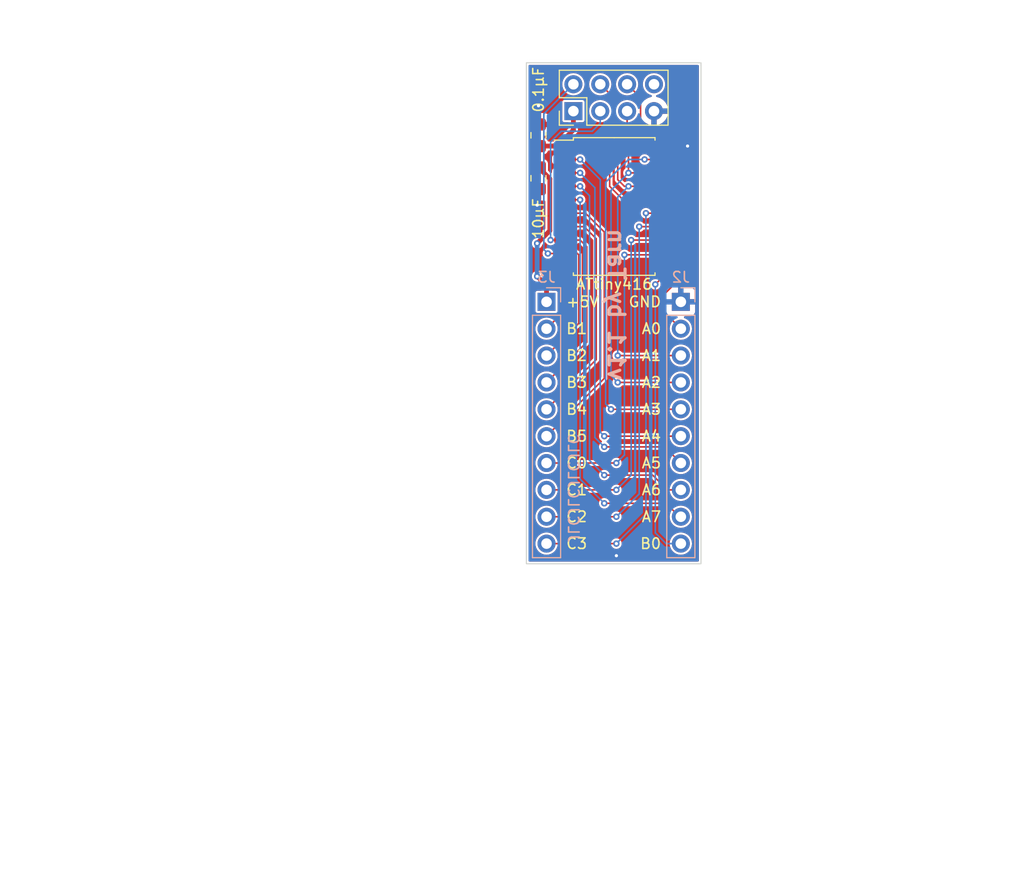
<source format=kicad_pcb>
(kicad_pcb (version 20211014) (generator pcbnew)
  (layers (0 "F.Cu" signal) (31 "B.Cu" signal) (34 "B.Paste" user) (35 "F.Paste" user) (36 "B.SilkS" user "B.Silkscreen") (37 "F.SilkS" user "F.Silkscreen") (38 "B.Mask" user) (39 "F.Mask" user) (44 "Edge.Cuts" user))
  (net 0 "")
  (net 1 "GND")
  (net 2 "VSYS")
  (net 3 "/PIN_PA0")
  (net 4 "/PIN_PA1")
  (net 5 "/PIN_PA2")
  (net 6 "/PIN_PA7")
  (net 7 "/PIN_PA6")
  (net 8 "/PIN_PA3")
  (net 9 "/PIN_PA4")
  (net 10 "/PIN_PA5")
  (net 11 "/PIN_PB0")
  (net 12 "/PIN_PB1")
  (net 13 "/PIN_PB2")
  (net 14 "/PIN_PB3")
  (net 15 "/PIN_PB4")
  (net 16 "/PIN_PB5")
  (net 17 "/PIN_PC0")
  (net 18 "/PIN_PC1")
  (net 19 "/PIN_PC2")
  (net 20 "/PIN_PC3")
  (footprint "mine:my_C_0805_2012Metric_Pad1.15x1.40mm_HandSolder" (layer "F.Cu") (at 105.918 96.012 90)
    (fp_text reference "C3")
    (fp_text value "0.1μF" (at 4.318 0 90) (layer "F.SilkS"))
    (fp_line (start -0.261252 -0.71) (end 0.261252 -0.71) (layer "F.SilkS") (width 0.12))
    (fp_line (start -0.261252 0.71) (end 0.261252 0.71) (layer "F.SilkS") (width 0.12))
    (pad "1" smd roundrect locked (at -1.025 0 90) (size 1.15 1.4) (layers "F.Cu" "F.Paste" "F.Mask") (roundrect_rratio 0.2173913043) (net 2 "VSYS"))
    (pad "2" smd roundrect locked (at 1.025 0 90) (size 1.15 1.4) (layers "F.Cu" "F.Paste" "F.Mask") (roundrect_rratio 0.2173913043) (net 1 "GND"))
  )
  (footprint "Connector_PinHeader_2.54mm:PinHeader_2x04_P2.54mm_Vertical" (layer "F.Cu") (at 109.22 93.726 90)
    (fp_text reference "J4")
    (fp_text value "PINS1")
    (fp_line (start 3.87 -1.33) (end 3.87 8.95) (layer "F.SilkS") (width 0.12))
    (fp_line (start -1.33 1.27) (end 1.27 1.27) (layer "F.SilkS") (width 0.12))
    (fp_line (start -1.33 0) (end -1.33 -1.33) (layer "F.SilkS") (width 0.12))
    (fp_line (start -1.33 1.27) (end -1.33 8.95) (layer "F.SilkS") (width 0.12))
    (fp_line (start -1.33 -1.33) (end 0 -1.33) (layer "F.SilkS") (width 0.12))
    (fp_line (start 1.27 1.27) (end 1.27 -1.33) (layer "F.SilkS") (width 0.12))
    (fp_line (start 1.27 -1.33) (end 3.87 -1.33) (layer "F.SilkS") (width 0.12))
    (fp_line (start -1.33 8.95) (end 3.87 8.95) (layer "F.SilkS") (width 0.12))
    (pad "1" thru_hole rect (at 0 0 90) (size 1.7 1.7) (drill 1) (layers *.Cu *.Mask) (net 2 "VSYS"))
    (pad "2" thru_hole oval (at 2.54 0 90) (size 1.7 1.7) (drill 1) (layers *.Cu *.Mask) (net 13 "/PIN_PB2"))
    (pad "3" thru_hole oval (at 0 2.54 90) (size 1.7 1.7) (drill 1) (layers *.Cu *.Mask) (net 14 "/PIN_PB3"))
    (pad "4" thru_hole oval (at 2.54 2.54 90) (size 1.7 1.7) (drill 1) (layers *.Cu *.Mask) (net 3 "/PIN_PA0"))
    (pad "5" thru_hole oval (at 0 5.08 90) (size 1.7 1.7) (drill 1) (layers *.Cu *.Mask) (net 4 "/PIN_PA1"))
    (pad "6" thru_hole oval (at 2.54 5.08 90) (size 1.7 1.7) (drill 1) (layers *.Cu *.Mask) (net 5 "/PIN_PA2"))
    (pad "7" thru_hole oval (at 0 7.62 90) (size 1.7 1.7) (drill 1) (layers *.Cu *.Mask) (net 1 "GND"))
    (pad "8" thru_hole oval (at 2.54 7.62 90) (size 1.7 1.7) (drill 1) (layers *.Cu *.Mask))
  )
  (footprint "mine:my_C_0805_2012Metric_Pad1.15x1.40mm_HandSolder" (layer "F.Cu") (at 105.918 100.076 -90)
    (fp_text reference "C1")
    (fp_text value "10μF" (at 3.801 0.009 90) (layer "F.SilkS"))
    (fp_line (start -0.261252 0.71) (end 0.261252 0.71) (layer "F.SilkS") (width 0.12))
    (fp_line (start -0.261252 -0.71) (end 0.261252 -0.71) (layer "F.SilkS") (width 0.12))
    (pad "1" smd roundrect locked (at -1.025 0 270) (size 1.15 1.4) (layers "F.Cu" "F.Paste" "F.Mask") (roundrect_rratio 0.2173913043) (net 2 "VSYS"))
    (pad "2" smd roundrect locked (at 1.025 0 270) (size 1.15 1.4) (layers "F.Cu" "F.Paste" "F.Mask") (roundrect_rratio 0.2173913043) (net 1 "GND"))
  )
  (footprint "Package_SO:SOIC-20W_7.5x12.8mm_P1.27mm" (layer "F.Cu") (at 113.079 102.743)
    (fp_text reference "U2")
    (fp_text value "ATtiny416" (at 0 7.35) (layer "F.SilkS"))
    (fp_line (start -3.86 6.51) (end -3.86 6.275) (layer "F.SilkS") (width 0.12))
    (fp_line (start 0 6.51) (end -3.86 6.51) (layer "F.SilkS") (width 0.12))
    (fp_line (start -3.86 -6.275) (end -5.675 -6.275) (layer "F.SilkS") (width 0.12))
    (fp_line (start 3.86 -6.51) (end 3.86 -6.275) (layer "F.SilkS") (width 0.12))
    (fp_line (start 0 -6.51) (end -3.86 -6.51) (layer "F.SilkS") (width 0.12))
    (fp_line (start 0 -6.51) (end 3.86 -6.51) (layer "F.SilkS") (width 0.12))
    (fp_line (start -3.86 -6.51) (end -3.86 -6.275) (layer "F.SilkS") (width 0.12))
    (fp_line (start 0 6.51) (end 3.86 6.51) (layer "F.SilkS") (width 0.12))
    (fp_line (start 3.86 6.51) (end 3.86 6.275) (layer "F.SilkS") (width 0.12))
    (pad "1" smd roundrect (at -4.65 -5.715) (size 2.05 0.6) (layers "F.Cu" "F.Paste" "F.Mask") (net 2 "VSYS"))
    (pad "2" smd roundrect (at -4.65 -4.445) (size 2.05 0.6) (layers "F.Cu" "F.Paste" "F.Mask") (net 9 "/PIN_PA4"))
    (pad "3" smd roundrect (at -4.65 -3.175) (size 2.05 0.6) (layers "F.Cu" "F.Paste" "F.Mask") (net 10 "/PIN_PA5"))
    (pad "4" smd roundrect (at -4.65 -1.905) (size 2.05 0.6) (layers "F.Cu" "F.Paste" "F.Mask") (net 7 "/PIN_PA6"))
    (pad "5" smd roundrect (at -4.65 -0.635) (size 2.05 0.6) (layers "F.Cu" "F.Paste" "F.Mask") (net 6 "/PIN_PA7"))
    (pad "6" smd roundrect (at -4.65 0.635) (size 2.05 0.6) (layers "F.Cu" "F.Paste" "F.Mask") (net 16 "/PIN_PB5"))
    (pad "7" smd roundrect (at -4.65 1.905) (size 2.05 0.6) (layers "F.Cu" "F.Paste" "F.Mask") (net 15 "/PIN_PB4"))
    (pad "8" smd roundrect (at -4.65 3.175) (size 2.05 0.6) (layers "F.Cu" "F.Paste" "F.Mask") (net 14 "/PIN_PB3"))
    (pad "9" smd roundrect (at -4.65 4.445) (size 2.05 0.6) (layers "F.Cu" "F.Paste" "F.Mask") (net 13 "/PIN_PB2"))
    (pad "10" smd roundrect (at -4.65 5.715) (size 2.05 0.6) (layers "F.Cu" "F.Paste" "F.Mask") (net 12 "/PIN_PB1"))
    (pad "11" smd roundrect (at 4.65 5.715) (size 2.05 0.6) (layers "F.Cu" "F.Paste" "F.Mask") (net 11 "/PIN_PB0"))
    (pad "12" smd roundrect (at 4.65 4.445) (size 2.05 0.6) (layers "F.Cu" "F.Paste" "F.Mask") (net 17 "/PIN_PC0"))
    (pad "13" smd roundrect (at 4.65 3.175) (size 2.05 0.6) (layers "F.Cu" "F.Paste" "F.Mask") (net 18 "/PIN_PC1"))
    (pad "14" smd roundrect (at 4.65 1.905) (size 2.05 0.6) (layers "F.Cu" "F.Paste" "F.Mask") (net 19 "/PIN_PC2"))
    (pad "15" smd roundrect (at 4.65 0.635) (size 2.05 0.6) (layers "F.Cu" "F.Paste" "F.Mask") (net 20 "/PIN_PC3"))
    (pad "16" smd roundrect (at 4.65 -0.635) (size 2.05 0.6) (layers "F.Cu" "F.Paste" "F.Mask") (net 3 "/PIN_PA0"))
    (pad "17" smd roundrect (at 4.65 -1.905) (size 2.05 0.6) (layers "F.Cu" "F.Paste" "F.Mask") (net 4 "/PIN_PA1"))
    (pad "18" smd roundrect (at 4.65 -3.175) (size 2.05 0.6) (layers "F.Cu" "F.Paste" "F.Mask") (net 5 "/PIN_PA2"))
    (pad "19" smd roundrect (at 4.65 -4.445) (size 2.05 0.6) (layers "F.Cu" "F.Paste" "F.Mask") (net 8 "/PIN_PA3"))
    (pad "20" smd roundrect (at 4.65 -5.715) (size 2.05 0.6) (layers "F.Cu" "F.Paste" "F.Mask") (net 1 "GND"))
  )
  (footprint "Connector_PinHeader_2.54mm:PinHeader_1x10_P2.54mm_Vertical" (layer "B.Cu") (at 119.38 111.76 180)
    (fp_text reference "J2" (at 0 2.33) (layer "B.SilkS") (effects (justify mirror)))
    (fp_text value "PINS1")
    (fp_line (start -1.33 -1.27) (end 1.33 -1.27) (layer "B.SilkS") (width 0.12))
    (fp_line (start 1.33 -1.27) (end 1.33 -24.19) (layer "B.SilkS") (width 0.12))
    (fp_line (start -1.33 -1.27) (end -1.33 -24.19) (layer "B.SilkS") (width 0.12))
    (fp_line (start -1.33 1.33) (end 0 1.33) (layer "B.SilkS") (width 0.12))
    (fp_line (start -1.33 0) (end -1.33 1.33) (layer "B.SilkS") (width 0.12))
    (fp_line (start -1.33 -24.19) (end 1.33 -24.19) (layer "B.SilkS") (width 0.12))
    (pad "1" thru_hole rect (at 0 0 180) (size 1.7 1.7) (drill 1) (layers *.Cu *.Mask) (net 1 "GND"))
    (pad "2" thru_hole oval (at 0 -2.54 180) (size 1.7 1.7) (drill 1) (layers *.Cu *.Mask) (net 3 "/PIN_PA0"))
    (pad "3" thru_hole oval (at 0 -5.08 180) (size 1.7 1.7) (drill 1) (layers *.Cu *.Mask) (net 4 "/PIN_PA1"))
    (pad "4" thru_hole oval (at 0 -7.62 180) (size 1.7 1.7) (drill 1) (layers *.Cu *.Mask) (net 5 "/PIN_PA2"))
    (pad "5" thru_hole oval (at 0 -10.16 180) (size 1.7 1.7) (drill 1) (layers *.Cu *.Mask) (net 8 "/PIN_PA3"))
    (pad "6" thru_hole oval (at 0 -12.7 180) (size 1.7 1.7) (drill 1) (layers *.Cu *.Mask) (net 9 "/PIN_PA4"))
    (pad "7" thru_hole oval (at 0 -15.24 180) (size 1.7 1.7) (drill 1) (layers *.Cu *.Mask) (net 10 "/PIN_PA5"))
    (pad "8" thru_hole oval (at 0 -17.78 180) (size 1.7 1.7) (drill 1) (layers *.Cu *.Mask) (net 7 "/PIN_PA6"))
    (pad "9" thru_hole oval (at 0 -20.32 180) (size 1.7 1.7) (drill 1) (layers *.Cu *.Mask) (net 6 "/PIN_PA7"))
    (pad "10" thru_hole oval (at 0 -22.86 180) (size 1.7 1.7) (drill 1) (layers *.Cu *.Mask) (net 11 "/PIN_PB0"))
  )
  (footprint "Connector_PinHeader_2.54mm:PinHeader_1x10_P2.54mm_Vertical" (layer "B.Cu") (at 106.68 111.76 180)
    (fp_text reference "J3" (at 0 2.33) (layer "B.SilkS") (effects (justify mirror)))
    (fp_text value "PINS2")
    (fp_line (start -1.33 1.33) (end 0 1.33) (layer "B.SilkS") (width 0.12))
    (fp_line (start -1.33 0) (end -1.33 1.33) (layer "B.SilkS") (width 0.12))
    (fp_line (start -1.33 -1.27) (end -1.33 -24.19) (layer "B.SilkS") (width 0.12))
    (fp_line (start -1.33 -24.19) (end 1.33 -24.19) (layer "B.SilkS") (width 0.12))
    (fp_line (start -1.33 -1.27) (end 1.33 -1.27) (layer "B.SilkS") (width 0.12))
    (fp_line (start 1.33 -1.27) (end 1.33 -24.19) (layer "B.SilkS") (width 0.12))
    (pad "1" thru_hole rect (at 0 0 180) (size 1.7 1.7) (drill 1) (layers *.Cu *.Mask) (net 2 "VSYS"))
    (pad "2" thru_hole oval (at 0 -2.54 180) (size 1.7 1.7) (drill 1) (layers *.Cu *.Mask) (net 12 "/PIN_PB1"))
    (pad "3" thru_hole oval (at 0 -5.08 180) (size 1.7 1.7) (drill 1) (layers *.Cu *.Mask) (net 13 "/PIN_PB2"))
    (pad "4" thru_hole oval (at 0 -7.62 180) (size 1.7 1.7) (drill 1) (layers *.Cu *.Mask) (net 14 "/PIN_PB3"))
    (pad "5" thru_hole oval (at 0 -10.16 180) (size 1.7 1.7) (drill 1) (layers *.Cu *.Mask) (net 15 "/PIN_PB4"))
    (pad "6" thru_hole oval (at 0 -12.7 180) (size 1.7 1.7) (drill 1) (layers *.Cu *.Mask) (net 16 "/PIN_PB5"))
    (pad "7" thru_hole oval (at 0 -15.24 180) (size 1.7 1.7) (drill 1) (layers *.Cu *.Mask) (net 17 "/PIN_PC0"))
    (pad "8" thru_hole oval (at 0 -17.78 180) (size 1.7 1.7) (drill 1) (layers *.Cu *.Mask) (net 18 "/PIN_PC1"))
    (pad "9" thru_hole oval (at 0 -20.32 180) (size 1.7 1.7) (drill 1) (layers *.Cu *.Mask) (net 19 "/PIN_PC2"))
    (pad "10" thru_hole oval (at 0 -22.86 180) (size 1.7 1.7) (drill 1) (layers *.Cu *.Mask) (net 20 "/PIN_PC3"))
  )
  (gr_rect (start 104.775 136.525) (end 121.285 89.154) (layer "Edge.Cuts") (width 0.1) (fill none))
  (gr_text "v1.1 by Tarn" (at 113.284 112.014 -90) (layer "B.SilkS") (effects (font (size 1.5 1.5) (thickness 0.3)) (justify mirror)))
  (gr_text "JLCJLCJLCJLC" (at 109.22 134.62 -90) (layer "B.SilkS") (effects (font (size 1 1)) (justify left mirror)))
  (gr_text "A7" (at 117.602 132.08) (layer "F.SilkS") (effects (font (size 1 1)) (justify right)))
  (gr_text "A3" (at 117.602 121.92) (layer "F.SilkS") (effects (font (size 1 1)) (justify right)))
  (gr_text "B0" (at 117.602 134.62) (layer "F.SilkS") (effects (font (size 1 1)) (justify right)))
  (gr_text "C0" (at 108.458 127) (layer "F.SilkS") (effects (font (size 1 1)) (justify left)))
  (gr_text "B1" (at 108.458 114.3) (layer "F.SilkS") (effects (font (size 1 1)) (justify left)))
  (gr_text "GND" (at 117.602 111.76) (layer "F.SilkS") (effects (font (size 1 1)) (justify right)))
  (gr_text "+5V" (at 108.458 111.76) (layer "F.SilkS") (effects (font (size 1 1)) (justify left)))
  (gr_text "C3" (at 108.458 134.62) (layer "F.SilkS") (effects (font (size 1 1)) (justify left)))
  (gr_text "C2" (at 108.458 132.08) (layer "F.SilkS") (effects (font (size 1 1)) (justify left)))
  (gr_text "A5" (at 117.602 127) (layer "F.SilkS") (effects (font (size 1 1)) (justify right)))
  (gr_text "B4" (at 108.458 121.92) (layer "F.SilkS") (effects (font (size 1 1)) (justify left)))
  (gr_text "A4" (at 117.602 124.46) (layer "F.SilkS") (effects (font (size 1 1)) (justify right)))
  (gr_text "A6" (at 117.602 129.54) (layer "F.SilkS") (effects (font (size 1 1)) (justify right)))
  (gr_text "A1" (at 117.602 116.84) (layer "F.SilkS") (effects (font (size 1 1)) (justify right)))
  (gr_text "B3" (at 108.458 119.38) (layer "F.SilkS") (effects (font (size 1 1)) (justify left)))
  (gr_text "A2" (at 117.602 119.38) (layer "F.SilkS") (effects (font (size 1 1)) (justify right)))
  (gr_text "B2" (at 108.458 116.84) (layer "F.SilkS") (effects (font (size 1 1)) (justify left)))
  (gr_text "A0" (at 117.602 114.3) (layer "F.SilkS") (effects (font (size 1 1)) (justify right)))
  (gr_text "C1" (at 108.458 129.54) (layer "F.SilkS") (effects (font (size 1 1)) (justify left)))
  (gr_text "B5" (at 108.458 124.46) (layer "F.SilkS") (effects (font (size 1 1)) (justify left)))
  (via (at 113.284 135.763) (size 0.6) (drill 0.3) (layers "F.Cu" "B.Cu") (net 1))
  (via (at 105.791 102.616) (size 0.6) (drill 0.3) (layers "F.Cu" "B.Cu") (net 1))
  (via (at 120.015 97.028) (size 0.6) (drill 0.3) (layers "F.Cu" "B.Cu") (net 1))
  (via (at 105.918 93.218) (size 0.6) (drill 0.3) (layers "F.Cu" "B.Cu") (net 1))
  (segment (start 105.918 99.051) (end 106.993 100.126) (width 0.45) (layer "F.Cu") (net 2))
  (segment (start 108.429 97.028) (end 108.429 96.295) (width 0.45) (layer "F.Cu") (net 2))
  (segment (start 105.791 109.347) (end 106.68 110.236) (width 0.45) (layer "F.Cu") (net 2))
  (segment (start 106.993 105.031405) (end 105.791 106.233405) (width 0.45) (layer "F.Cu") (net 2))
  (segment (start 107.315 97.028) (end 108.38 97.028) (width 0.45) (layer "F.Cu") (net 2))
  (segment (start 105.918 99.051) (end 105.918 97.037) (width 0.45) (layer "F.Cu") (net 2))
  (segment (start 106.68 110.236) (end 106.68 111.76) (width 0.45) (layer "F.Cu") (net 2))
  (segment (start 109.22 95.504) (end 109.22 93.726) (width 0.45) (layer "F.Cu") (net 2))
  (segment (start 108.429 96.295) (end 109.22 95.504) (width 0.45) (layer "F.Cu") (net 2))
  (segment (start 105.927 97.028) (end 107.315 97.028) (width 0.45) (layer "F.Cu") (net 2))
  (segment (start 106.993 100.126) (end 106.993 105.031405) (width 0.45) (layer "F.Cu") (net 2))
  (via (at 105.791 106.233405) (size 0.6) (drill 0.3) (layers "F.Cu" "B.Cu") (net 2))
  (via (at 105.791 109.347) (size 0.6) (drill 0.3) (layers "F.Cu" "B.Cu") (net 2))
  (segment (start 105.791 106.233405) (end 105.791 109.347) (width 0.45) (layer "B.Cu") (net 2))
  (segment (start 119.38 109.474) (end 119.38 102.616) (width 0.15) (layer "F.Cu") (net 3))
  (segment (start 113.03 96.393) (end 113.03 92.456) (width 0.15) (layer "F.Cu") (net 3))
  (segment (start 117.729 111.125) (end 119.38 109.474) (width 0.15) (layer "F.Cu") (net 3))
  (segment (start 113.03 92.456) (end 111.76 91.186) (width 0.15) (layer "F.Cu") (net 3))
  (segment (start 112.649 96.774) (end 113.03 96.393) (width 0.15) (layer "F.Cu") (net 3))
  (segment (start 119.38 114.3) (end 117.729 112.649) (width 0.15) (layer "F.Cu") (net 3))
  (segment (start 112.649 100.838) (end 112.649 96.774) (width 0.15) (layer "F.Cu") (net 3))
  (segment (start 117.729 112.649) (end 117.729 111.125) (width 0.15) (layer "F.Cu") (net 3))
  (segment (start 113.919 102.108) (end 112.649 100.838) (width 0.15) (layer "F.Cu") (net 3))
  (segment (start 119.38 102.616) (end 118.872 102.108) (width 0.15) (layer "F.Cu") (net 3))
  (segment (start 118.872 102.108) (end 113.919 102.108) (width 0.15) (layer "F.Cu") (net 3))
  (segment (start 114.427 100.838) (end 114.046 100.838) (width 0.15) (layer "F.Cu") (net 4))
  (segment (start 119.38 116.84) (end 113.411 116.84) (width 0.15) (layer "F.Cu") (net 4))
  (segment (start 114.3 96.4565) (end 114.3 93.726) (width 0.15) (layer "F.Cu") (net 4))
  (segment (start 114.427 100.838) (end 117.68 100.838) (width 0.15) (layer "F.Cu") (net 4))
  (segment (start 113.411 100.203) (end 113.411 97.3455) (width 0.15) (layer "F.Cu") (net 4))
  (segment (start 114.046 100.838) (end 113.411 100.203) (width 0.15) (layer "F.Cu") (net 4))
  (segment (start 113.411 97.3455) (end 114.3 96.4565) (width 0.15) (layer "F.Cu") (net 4))
  (via (at 114.427 100.838) (size 0.6) (drill 0.3) (layers "F.Cu" "B.Cu") (net 4))
  (via (at 113.411 116.84) (size 0.6) (drill 0.3) (layers "F.Cu" "B.Cu") (net 4))
  (segment (start 114.427 100.838) (end 113.411 101.854) (width 0.15) (layer "B.Cu") (net 4))
  (segment (start 113.411 101.854) (end 113.411 116.84) (width 0.15) (layer "B.Cu") (net 4))
  (segment (start 115.57 96.393) (end 115.57 92.456) (width 0.15) (layer "F.Cu") (net 5))
  (segment (start 114.427 99.568) (end 117.68 99.568) (width 0.15) (layer "F.Cu") (net 5))
  (segment (start 114.427 97.536) (end 115.57 96.393) (width 0.15) (layer "F.Cu") (net 5))
  (segment (start 119.38 119.38) (end 113.411 119.38) (width 0.15) (layer "F.Cu") (net 5))
  (segment (start 114.427 99.568) (end 114.427 97.536) (width 0.15) (layer "F.Cu") (net 5))
  (segment (start 115.57 92.456) (end 114.3 91.186) (width 0.15) (layer "F.Cu") (net 5))
  (via (at 114.427 99.568) (size 0.6) (drill 0.3) (layers "F.Cu" "B.Cu") (net 5))
  (via (at 113.411 119.38) (size 0.6) (drill 0.3) (layers "F.Cu" "B.Cu") (net 5))
  (segment (start 112.776 101.2525) (end 112.776 101.219) (width 0.15) (layer "B.Cu") (net 5))
  (segment (start 113.411 119.38) (end 112.776 118.745) (width 0.15) (layer "B.Cu") (net 5))
  (segment (start 112.776 118.745) (end 112.776 101.2525) (width 0.15) (layer "B.Cu") (net 5))
  (segment (start 112.776 101.219) (end 114.427 99.568) (width 0.15) (layer "B.Cu") (net 5))
  (segment (start 112.141 130.81) (end 117.983 130.81) (width 0.15) (layer "F.Cu") (net 6))
  (segment (start 117.983 130.81) (end 119.253 132.08) (width 0.15) (layer "F.Cu") (net 6))
  (segment (start 109.855 102.108) (end 108.38 102.108) (width 0.15) (layer "F.Cu") (net 6))
  (via (at 109.855 102.108) (size 0.6) (drill 0.3) (layers "F.Cu" "B.Cu") (net 6))
  (via (at 112.141 130.81) (size 0.6) (drill 0.3) (layers "F.Cu" "B.Cu") (net 6))
  (segment (start 109.855 128.524) (end 112.141 130.81) (width 0.15) (layer "B.Cu") (net 6))
  (segment (start 109.855 102.108) (end 109.855 128.524) (width 0.15) (layer "B.Cu") (net 6))
  (segment (start 118.11 129.54) (end 119.38 129.54) (width 0.15) (layer "F.Cu") (net 7))
  (segment (start 116.713 128.143) (end 118.11 129.54) (width 0.15) (layer "F.Cu") (net 7))
  (segment (start 109.855 100.838) (end 108.38 100.838) (width 0.15) (layer "F.Cu") (net 7))
  (segment (start 112.141 128.143) (end 116.713 128.143) (width 0.15) (layer "F.Cu") (net 7))
  (via (at 109.855 100.838) (size 0.6) (drill 0.3) (layers "F.Cu" "B.Cu") (net 7))
  (via (at 112.141 128.143) (size 0.6) (drill 0.3) (layers "F.Cu" "B.Cu") (net 7))
  (segment (start 109.855 100.838) (end 110.744 101.727) (width 0.15) (layer "B.Cu") (net 7))
  (segment (start 110.744 101.727) (end 110.744 126.746) (width 0.15) (layer "B.Cu") (net 7))
  (segment (start 110.744 126.746) (end 112.141 128.143) (width 0.15) (layer "B.Cu") (net 7))
  (segment (start 119.38 121.92) (end 112.776 121.92) (width 0.15) (layer "F.Cu") (net 8))
  (segment (start 115.951 98.298) (end 117.68 98.298) (width 0.15) (layer "F.Cu") (net 8))
  (via (at 112.776 121.92) (size 0.6) (drill 0.3) (layers "F.Cu" "B.Cu") (net 8))
  (via (at 115.951 98.298) (size 0.6) (drill 0.3) (layers "F.Cu" "B.Cu") (net 8))
  (segment (start 112.268 121.412) (end 112.268 100.457) (width 0.15) (layer "B.Cu") (net 8))
  (segment (start 112.776 121.92) (end 112.268 121.412) (width 0.15) (layer "B.Cu") (net 8))
  (segment (start 112.268 100.457) (end 114.427 98.298) (width 0.15) (layer "B.Cu") (net 8))
  (segment (start 114.427 98.298) (end 115.951 98.298) (width 0.15) (layer "B.Cu") (net 8))
  (segment (start 109.855 98.298) (end 108.38 98.298) (width 0.15) (layer "F.Cu") (net 9))
  (segment (start 119.38 124.46) (end 112.141 124.46) (width 0.15) (layer "F.Cu") (net 9))
  (via (at 112.141 124.46) (size 0.6) (drill 0.3) (layers "F.Cu" "B.Cu") (net 9))
  (via (at 109.855 98.298) (size 0.6) (drill 0.3) (layers "F.Cu" "B.Cu") (net 9))
  (segment (start 111.76 124.079) (end 112.141 124.46) (width 0.15) (layer "B.Cu") (net 9))
  (segment (start 109.855 98.298) (end 111.76 100.203) (width 0.15) (layer "B.Cu") (net 9))
  (segment (start 111.76 100.203) (end 111.76 124.079) (width 0.15) (layer "B.Cu") (net 9))
  (segment (start 108.38 99.568) (end 109.855 99.568) (width 0.15) (layer "F.Cu") (net 10))
  (segment (start 117.856 125.476) (end 119.38 127) (width 0.15) (layer "F.Cu") (net 10))
  (segment (start 112.141 125.476) (end 117.856 125.476) (width 0.15) (layer "F.Cu") (net 10))
  (via (at 109.855 99.568) (size 0.6) (drill 0.3) (layers "F.Cu" "B.Cu") (net 10))
  (via (at 112.141 125.476) (size 0.6) (drill 0.3) (layers "F.Cu" "B.Cu") (net 10))
  (segment (start 109.855 99.568) (end 111.252 100.965) (width 0.15) (layer "B.Cu") (net 10))
  (segment (start 111.252 124.587) (end 112.141 125.476) (width 0.15) (layer "B.Cu") (net 10))
  (segment (start 111.252 100.965) (end 111.252 124.587) (width 0.15) (layer "B.Cu") (net 10))
  (segment (start 117.729 109.347) (end 117.729 108.458) (width 0.15) (layer "F.Cu") (net 11))
  (segment (start 116.967 110.109) (end 117.729 109.347) (width 0.15) (layer "F.Cu") (net 11))
  (via (at 116.967 110.109) (size 0.6) (drill 0.3) (layers "F.Cu" "B.Cu") (net 11))
  (segment (start 119.38 134.62) (end 117.983 134.62) (width 0.15) (layer "B.Cu") (net 11))
  (segment (start 116.967 133.604) (end 116.967 110.109) (width 0.15) (layer "B.Cu") (net 11))
  (segment (start 116.967 133.604) (end 117.983 134.62) (width 0.15) (layer "B.Cu") (net 11))
  (segment (start 108.429 108.458) (end 108.429 112.551) (width 0.15) (layer "F.Cu") (net 12))
  (segment (start 108.429 112.551) (end 106.68 114.3) (width 0.15) (layer "F.Cu") (net 12))
  (segment (start 109.601 107.188) (end 108.38 107.188) (width 0.15) (layer "F.Cu") (net 13))
  (segment (start 109.728 113.792) (end 109.728 107.315) (width 0.15) (layer "F.Cu") (net 13))
  (segment (start 108.429 107.188) (end 106.807 107.188) (width 0.15) (layer "F.Cu") (net 13))
  (segment (start 106.68 116.84) (end 109.728 113.792) (width 0.15) (layer "F.Cu") (net 13))
  (segment (start 109.728 107.315) (end 109.601 107.188) (width 0.15) (layer "F.Cu") (net 13))
  (via (at 106.807 107.188) (size 0.6) (drill 0.3) (layers "F.Cu" "B.Cu") (net 13))
  (segment (start 106.426 106.807) (end 106.426 93.98) (width 0.15) (layer "B.Cu") (net 13))
  (segment (start 106.807 107.188) (end 106.426 106.807) (width 0.15) (layer "B.Cu") (net 13))
  (segment (start 106.426 93.98) (end 109.22 91.186) (width 0.15) (layer "B.Cu") (net 13))
  (segment (start 110.49 106.553) (end 110.49 115.57) (width 0.15) (layer "F.Cu") (net 14))
  (segment (start 110.49 115.57) (end 106.68 119.38) (width 0.15) (layer "F.Cu") (net 14))
  (segment (start 108.429 105.918) (end 107.061 105.918) (width 0.15) (layer "F.Cu") (net 14))
  (segment (start 109.855 105.918) (end 110.49 106.553) (width 0.15) (layer "F.Cu") (net 14))
  (segment (start 108.38 105.918) (end 109.855 105.918) (width 0.15) (layer "F.Cu") (net 14))
  (via (at 107.061 105.918) (size 0.6) (drill 0.3) (layers "F.Cu" "B.Cu") (net 14))
  (segment (start 110.998 95.631) (end 108.077 95.631) (width 0.15) (layer "B.Cu") (net 14))
  (segment (start 107.061 96.647) (end 107.061 105.918) (width 0.15) (layer "B.Cu") (net 14))
  (segment (start 111.76 94.869) (end 110.998 95.631) (width 0.15) (layer "B.Cu") (net 14))
  (segment (start 108.077 95.631) (end 107.061 96.647) (width 0.15) (layer "B.Cu") (net 14))
  (segment (start 111.76 93.726) (end 111.76 94.869) (width 0.15) (layer "B.Cu") (net 14))
  (segment (start 110.236 104.648) (end 108.38 104.648) (width 0.15) (layer "F.Cu") (net 15))
  (segment (start 111.379 117.221) (end 111.379 105.791) (width 0.15) (layer "F.Cu") (net 15))
  (segment (start 106.68 121.92) (end 111.379 117.221) (width 0.15) (layer "F.Cu") (net 15))
  (segment (start 111.379 105.791) (end 110.236 104.648) (width 0.15) (layer "F.Cu") (net 15))
  (segment (start 110.363 103.378) (end 108.38 103.378) (width 0.15) (layer "F.Cu") (net 16))
  (segment (start 112.141 105.156) (end 110.363 103.378) (width 0.15) (layer "F.Cu") (net 16))
  (segment (start 106.68 124.46) (end 112.141 118.999) (width 0.15) (layer "F.Cu") (net 16))
  (segment (start 112.141 118.999) (end 112.141 105.156) (width 0.15) (layer "F.Cu") (net 16))
  (segment (start 114.046 107.315) (end 117.553 107.315) (width 0.15) (layer "F.Cu") (net 17))
  (segment (start 106.68 127) (end 113.284 127) (width 0.15) (layer "F.Cu") (net 17))
  (via (at 113.284 127) (size 0.6) (drill 0.3) (layers "F.Cu" "B.Cu") (net 17))
  (via (at 114.046 107.315) (size 0.6) (drill 0.3) (layers "F.Cu" "B.Cu") (net 17))
  (segment (start 113.284 127) (end 114.046 126.238) (width 0.15) (layer "B.Cu") (net 17))
  (segment (start 114.046 126.238) (end 114.046 107.315) (width 0.15) (layer "B.Cu") (net 17))
  (segment (start 113.284 129.54) (end 106.68 129.54) (width 0.15) (layer "F.Cu") (net 18))
  (segment (start 114.681 105.918) (end 117.68 105.918) (width 0.15) (layer "F.Cu") (net 18))
  (via (at 113.284 129.54) (size 0.6) (drill 0.3) (layers "F.Cu" "B.Cu") (net 18))
  (via (at 114.681 105.918) (size 0.6) (drill 0.3) (layers "F.Cu" "B.Cu") (net 18))
  (segment (start 114.681 128.143) (end 114.681 105.918) (width 0.15) (layer "B.Cu") (net 18))
  (segment (start 113.284 129.54) (end 114.681 128.143) (width 0.15) (layer "B.Cu") (net 18))
  (segment (start 106.68 132.08) (end 113.284 132.08) (width 0.15) (layer "F.Cu") (net 19))
  (segment (start 115.443 104.648) (end 117.68 104.648) (width 0.15) (layer "F.Cu") (net 19))
  (via (at 115.443 104.648) (size 0.6) (drill 0.3) (layers "F.Cu" "B.Cu") (net 19))
  (via (at 113.284 132.08) (size 0.6) (drill 0.3) (layers "F.Cu" "B.Cu") (net 19))
  (segment (start 113.284 132.08) (end 115.443 129.921) (width 0.15) (layer "B.Cu") (net 19))
  (segment (start 115.443 129.921) (end 115.443 104.648) (width 0.15) (layer "B.Cu") (net 19))
  (segment (start 106.68 134.62) (end 113.284 134.62) (width 0.15) (layer "F.Cu") (net 20))
  (segment (start 116.078 103.378) (end 117.68 103.378) (width 0.15) (layer "F.Cu") (net 20))
  (via (at 113.284 134.62) (size 0.6) (drill 0.3) (layers "F.Cu" "B.Cu") (net 20))
  (via (at 116.078 103.378) (size 0.6) (drill 0.3) (layers "F.Cu" "B.Cu") (net 20))
  (segment (start 113.284 134.62) (end 116.078 131.826) (width 0.15) (layer "B.Cu") (net 20))
  (segment (start 116.078 131.826) (end 116.078 103.378) (width 0.15) (layer "B.Cu") (net 20))
  (zone (net 1) (net_name "GND") (layers F&B.Cu) (connect_pads (clearance 0.2)) (min_thickness 0.2) (fill yes (thermal_gap 0.508) (thermal_bridge_width 0.508))
    (polygon (pts (xy 123.698 141.986) (xy 101.3714 141.986) (xy 101.3714 84.0486) (xy 123.698 84.0486)))
  )
)
</source>
